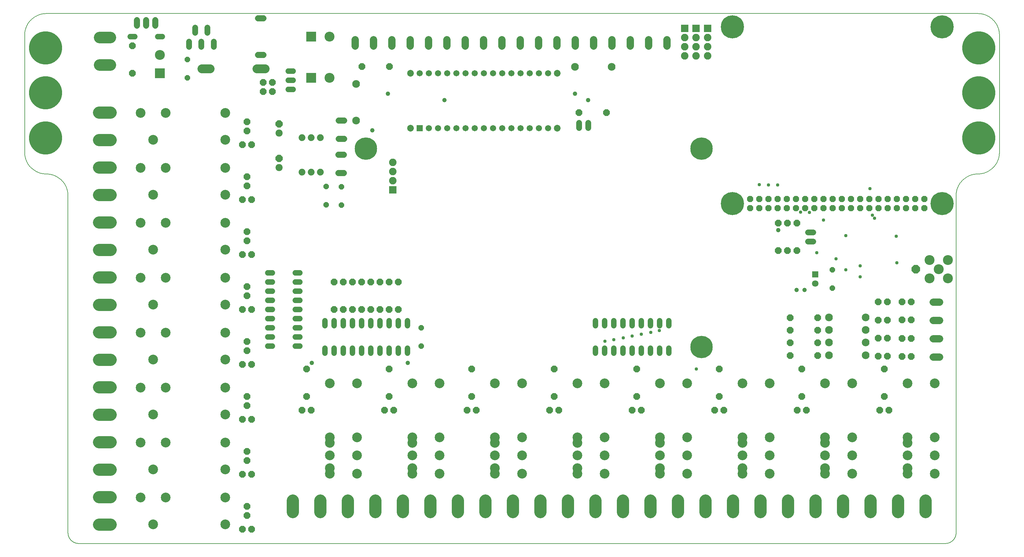
<source format=gts>
G75*
%MOIN*%
%OFA0B0*%
%FSLAX25Y25*%
%IPPOS*%
%LPD*%
%AMOC8*
5,1,8,0,0,1.08239X$1,22.5*
%
%ADD10C,0.00600*%
%ADD11OC8,0.06000*%
%ADD12OC8,0.07800*%
%ADD13C,0.07800*%
%ADD14C,0.10800*%
%ADD15R,0.10800X0.10800*%
%ADD16R,0.07100X0.07100*%
%ADD17C,0.07100*%
%ADD18C,0.09650*%
%ADD19C,0.08400*%
%ADD20C,0.06000*%
%ADD21C,0.07400*%
%ADD22C,0.06800*%
%ADD23C,0.13398*%
%ADD24C,0.12611*%
%ADD25C,0.06343*%
%ADD26R,0.08200X0.08200*%
%ADD27C,0.08200*%
%ADD28C,0.06400*%
%ADD29OC8,0.07400*%
%ADD30OC8,0.09300*%
%ADD31R,0.06737X0.06737*%
%ADD32C,0.06737*%
%ADD33C,0.00000*%
%ADD34C,0.07300*%
%ADD35C,0.25209*%
%ADD36OC8,0.06800*%
%ADD37C,0.10643*%
%ADD38C,0.07850*%
%ADD39C,0.03778*%
%ADD40C,0.04762*%
%ADD41C,0.36233*%
%ADD42C,0.24422*%
D10*
X0094504Y0039386D02*
X0094504Y0407496D01*
X0094497Y0408067D01*
X0094476Y0408637D01*
X0094442Y0409207D01*
X0094394Y0409776D01*
X0094332Y0410343D01*
X0094256Y0410909D01*
X0094167Y0411473D01*
X0094064Y0412034D01*
X0093947Y0412593D01*
X0093818Y0413149D01*
X0093674Y0413702D01*
X0093518Y0414251D01*
X0093348Y0414796D01*
X0093165Y0415336D01*
X0092969Y0415872D01*
X0092760Y0416404D01*
X0092538Y0416930D01*
X0092304Y0417450D01*
X0092057Y0417965D01*
X0091798Y0418474D01*
X0091527Y0418976D01*
X0091243Y0419471D01*
X0090948Y0419960D01*
X0090641Y0420441D01*
X0090323Y0420915D01*
X0089993Y0421381D01*
X0089652Y0421838D01*
X0089299Y0422288D01*
X0088937Y0422728D01*
X0088563Y0423160D01*
X0088180Y0423583D01*
X0087786Y0423996D01*
X0087382Y0424400D01*
X0086969Y0424794D01*
X0086546Y0425177D01*
X0086114Y0425551D01*
X0085674Y0425913D01*
X0085224Y0426266D01*
X0084767Y0426607D01*
X0084301Y0426937D01*
X0083827Y0427255D01*
X0083346Y0427562D01*
X0082857Y0427857D01*
X0082362Y0428141D01*
X0081860Y0428412D01*
X0081351Y0428671D01*
X0080836Y0428918D01*
X0080316Y0429152D01*
X0079790Y0429374D01*
X0079258Y0429583D01*
X0078722Y0429779D01*
X0078182Y0429962D01*
X0077637Y0430132D01*
X0077088Y0430288D01*
X0076535Y0430432D01*
X0075979Y0430561D01*
X0075420Y0430678D01*
X0074859Y0430781D01*
X0074295Y0430870D01*
X0073729Y0430946D01*
X0073162Y0431008D01*
X0072593Y0431056D01*
X0072023Y0431090D01*
X0071453Y0431111D01*
X0070882Y0431118D01*
X0070311Y0431125D01*
X0069741Y0431146D01*
X0069171Y0431180D01*
X0068602Y0431228D01*
X0068035Y0431290D01*
X0067469Y0431366D01*
X0066905Y0431455D01*
X0066344Y0431558D01*
X0065785Y0431675D01*
X0065229Y0431804D01*
X0064676Y0431948D01*
X0064127Y0432104D01*
X0063582Y0432274D01*
X0063042Y0432457D01*
X0062506Y0432653D01*
X0061974Y0432862D01*
X0061448Y0433084D01*
X0060928Y0433318D01*
X0060413Y0433565D01*
X0059904Y0433824D01*
X0059402Y0434095D01*
X0058907Y0434379D01*
X0058418Y0434674D01*
X0057937Y0434981D01*
X0057463Y0435299D01*
X0056997Y0435629D01*
X0056540Y0435970D01*
X0056090Y0436323D01*
X0055650Y0436685D01*
X0055218Y0437059D01*
X0054795Y0437442D01*
X0054382Y0437836D01*
X0053978Y0438240D01*
X0053584Y0438653D01*
X0053201Y0439076D01*
X0052827Y0439508D01*
X0052465Y0439948D01*
X0052112Y0440398D01*
X0051771Y0440855D01*
X0051441Y0441321D01*
X0051123Y0441795D01*
X0050816Y0442276D01*
X0050521Y0442765D01*
X0050237Y0443260D01*
X0049966Y0443762D01*
X0049707Y0444271D01*
X0049460Y0444786D01*
X0049226Y0445306D01*
X0049004Y0445832D01*
X0048795Y0446364D01*
X0048599Y0446900D01*
X0048416Y0447440D01*
X0048246Y0447985D01*
X0048090Y0448534D01*
X0047946Y0449087D01*
X0047817Y0449643D01*
X0047700Y0450202D01*
X0047597Y0450763D01*
X0047508Y0451327D01*
X0047432Y0451893D01*
X0047370Y0452460D01*
X0047322Y0453029D01*
X0047288Y0453599D01*
X0047267Y0454169D01*
X0047260Y0454740D01*
X0047260Y0582693D01*
X0047267Y0583264D01*
X0047288Y0583834D01*
X0047322Y0584404D01*
X0047370Y0584973D01*
X0047432Y0585540D01*
X0047508Y0586106D01*
X0047597Y0586670D01*
X0047700Y0587231D01*
X0047817Y0587790D01*
X0047946Y0588346D01*
X0048090Y0588899D01*
X0048246Y0589448D01*
X0048416Y0589993D01*
X0048599Y0590533D01*
X0048795Y0591069D01*
X0049004Y0591601D01*
X0049226Y0592127D01*
X0049460Y0592647D01*
X0049707Y0593162D01*
X0049966Y0593671D01*
X0050237Y0594173D01*
X0050521Y0594668D01*
X0050816Y0595157D01*
X0051123Y0595638D01*
X0051441Y0596112D01*
X0051771Y0596578D01*
X0052112Y0597035D01*
X0052465Y0597485D01*
X0052827Y0597925D01*
X0053201Y0598357D01*
X0053584Y0598780D01*
X0053978Y0599193D01*
X0054382Y0599597D01*
X0054795Y0599991D01*
X0055218Y0600374D01*
X0055650Y0600748D01*
X0056090Y0601110D01*
X0056540Y0601463D01*
X0056997Y0601804D01*
X0057463Y0602134D01*
X0057937Y0602452D01*
X0058418Y0602759D01*
X0058907Y0603054D01*
X0059402Y0603338D01*
X0059904Y0603609D01*
X0060413Y0603868D01*
X0060928Y0604115D01*
X0061448Y0604349D01*
X0061974Y0604571D01*
X0062506Y0604780D01*
X0063042Y0604976D01*
X0063582Y0605159D01*
X0064127Y0605329D01*
X0064676Y0605485D01*
X0065229Y0605629D01*
X0065785Y0605758D01*
X0066344Y0605875D01*
X0066905Y0605978D01*
X0067469Y0606067D01*
X0068035Y0606143D01*
X0068602Y0606205D01*
X0069171Y0606253D01*
X0069741Y0606287D01*
X0070311Y0606308D01*
X0070882Y0606315D01*
X1086630Y0606315D01*
X1087201Y0606308D01*
X1087771Y0606287D01*
X1088341Y0606253D01*
X1088910Y0606205D01*
X1089477Y0606143D01*
X1090043Y0606067D01*
X1090607Y0605978D01*
X1091168Y0605875D01*
X1091727Y0605758D01*
X1092283Y0605629D01*
X1092836Y0605485D01*
X1093385Y0605329D01*
X1093930Y0605159D01*
X1094470Y0604976D01*
X1095006Y0604780D01*
X1095538Y0604571D01*
X1096064Y0604349D01*
X1096584Y0604115D01*
X1097099Y0603868D01*
X1097608Y0603609D01*
X1098110Y0603338D01*
X1098605Y0603054D01*
X1099094Y0602759D01*
X1099575Y0602452D01*
X1100049Y0602134D01*
X1100515Y0601804D01*
X1100972Y0601463D01*
X1101422Y0601110D01*
X1101862Y0600748D01*
X1102294Y0600374D01*
X1102717Y0599991D01*
X1103130Y0599597D01*
X1103534Y0599193D01*
X1103928Y0598780D01*
X1104311Y0598357D01*
X1104685Y0597925D01*
X1105047Y0597485D01*
X1105400Y0597035D01*
X1105741Y0596578D01*
X1106071Y0596112D01*
X1106389Y0595638D01*
X1106696Y0595157D01*
X1106991Y0594668D01*
X1107275Y0594173D01*
X1107546Y0593671D01*
X1107805Y0593162D01*
X1108052Y0592647D01*
X1108286Y0592127D01*
X1108508Y0591601D01*
X1108717Y0591069D01*
X1108913Y0590533D01*
X1109096Y0589993D01*
X1109266Y0589448D01*
X1109422Y0588899D01*
X1109566Y0588346D01*
X1109695Y0587790D01*
X1109812Y0587231D01*
X1109915Y0586670D01*
X1110004Y0586106D01*
X1110080Y0585540D01*
X1110142Y0584973D01*
X1110190Y0584404D01*
X1110224Y0583834D01*
X1110245Y0583264D01*
X1110252Y0582693D01*
X1110252Y0454740D01*
X1110245Y0454169D01*
X1110224Y0453599D01*
X1110190Y0453029D01*
X1110142Y0452460D01*
X1110080Y0451893D01*
X1110004Y0451327D01*
X1109915Y0450763D01*
X1109812Y0450202D01*
X1109695Y0449643D01*
X1109566Y0449087D01*
X1109422Y0448534D01*
X1109266Y0447985D01*
X1109096Y0447440D01*
X1108913Y0446900D01*
X1108717Y0446364D01*
X1108508Y0445832D01*
X1108286Y0445306D01*
X1108052Y0444786D01*
X1107805Y0444271D01*
X1107546Y0443762D01*
X1107275Y0443260D01*
X1106991Y0442765D01*
X1106696Y0442276D01*
X1106389Y0441795D01*
X1106071Y0441321D01*
X1105741Y0440855D01*
X1105400Y0440398D01*
X1105047Y0439948D01*
X1104685Y0439508D01*
X1104311Y0439076D01*
X1103928Y0438653D01*
X1103534Y0438240D01*
X1103130Y0437836D01*
X1102717Y0437442D01*
X1102294Y0437059D01*
X1101862Y0436685D01*
X1101422Y0436323D01*
X1100972Y0435970D01*
X1100515Y0435629D01*
X1100049Y0435299D01*
X1099575Y0434981D01*
X1099094Y0434674D01*
X1098605Y0434379D01*
X1098110Y0434095D01*
X1097608Y0433824D01*
X1097099Y0433565D01*
X1096584Y0433318D01*
X1096064Y0433084D01*
X1095538Y0432862D01*
X1095006Y0432653D01*
X1094470Y0432457D01*
X1093930Y0432274D01*
X1093385Y0432104D01*
X1092836Y0431948D01*
X1092283Y0431804D01*
X1091727Y0431675D01*
X1091168Y0431558D01*
X1090607Y0431455D01*
X1090043Y0431366D01*
X1089477Y0431290D01*
X1088910Y0431228D01*
X1088341Y0431180D01*
X1087771Y0431146D01*
X1087201Y0431125D01*
X1086630Y0431118D01*
X1086059Y0431111D01*
X1085489Y0431090D01*
X1084919Y0431056D01*
X1084350Y0431008D01*
X1083783Y0430946D01*
X1083217Y0430870D01*
X1082653Y0430781D01*
X1082092Y0430678D01*
X1081533Y0430561D01*
X1080977Y0430432D01*
X1080424Y0430288D01*
X1079875Y0430132D01*
X1079330Y0429962D01*
X1078790Y0429779D01*
X1078254Y0429583D01*
X1077722Y0429374D01*
X1077196Y0429152D01*
X1076676Y0428918D01*
X1076161Y0428671D01*
X1075652Y0428412D01*
X1075150Y0428141D01*
X1074655Y0427857D01*
X1074166Y0427562D01*
X1073685Y0427255D01*
X1073211Y0426937D01*
X1072745Y0426607D01*
X1072288Y0426266D01*
X1071838Y0425913D01*
X1071398Y0425551D01*
X1070966Y0425177D01*
X1070543Y0424794D01*
X1070130Y0424400D01*
X1069726Y0423996D01*
X1069332Y0423583D01*
X1068949Y0423160D01*
X1068575Y0422728D01*
X1068213Y0422288D01*
X1067860Y0421838D01*
X1067519Y0421381D01*
X1067189Y0420915D01*
X1066871Y0420441D01*
X1066564Y0419960D01*
X1066269Y0419471D01*
X1065985Y0418976D01*
X1065714Y0418474D01*
X1065455Y0417965D01*
X1065208Y0417450D01*
X1064974Y0416930D01*
X1064752Y0416404D01*
X1064543Y0415872D01*
X1064347Y0415336D01*
X1064164Y0414796D01*
X1063994Y0414251D01*
X1063838Y0413702D01*
X1063694Y0413149D01*
X1063565Y0412593D01*
X1063448Y0412034D01*
X1063345Y0411473D01*
X1063256Y0410909D01*
X1063180Y0410343D01*
X1063118Y0409776D01*
X1063070Y0409207D01*
X1063036Y0408637D01*
X1063015Y0408067D01*
X1063008Y0407496D01*
X1063008Y0039386D01*
X1063005Y0039101D01*
X1062994Y0038815D01*
X1062977Y0038530D01*
X1062953Y0038246D01*
X1062922Y0037962D01*
X1062884Y0037679D01*
X1062839Y0037398D01*
X1062788Y0037117D01*
X1062730Y0036837D01*
X1062665Y0036559D01*
X1062593Y0036283D01*
X1062515Y0036009D01*
X1062430Y0035736D01*
X1062338Y0035466D01*
X1062240Y0035198D01*
X1062136Y0034932D01*
X1062025Y0034669D01*
X1061908Y0034409D01*
X1061785Y0034151D01*
X1061655Y0033897D01*
X1061519Y0033646D01*
X1061378Y0033398D01*
X1061230Y0033154D01*
X1061077Y0032913D01*
X1060917Y0032677D01*
X1060752Y0032444D01*
X1060582Y0032215D01*
X1060406Y0031990D01*
X1060224Y0031770D01*
X1060038Y0031554D01*
X1059846Y0031343D01*
X1059649Y0031136D01*
X1059447Y0030934D01*
X1059240Y0030737D01*
X1059029Y0030545D01*
X1058813Y0030359D01*
X1058593Y0030177D01*
X1058368Y0030001D01*
X1058139Y0029831D01*
X1057906Y0029666D01*
X1057670Y0029506D01*
X1057429Y0029353D01*
X1057185Y0029205D01*
X1056937Y0029064D01*
X1056686Y0028928D01*
X1056432Y0028798D01*
X1056174Y0028675D01*
X1055914Y0028558D01*
X1055651Y0028447D01*
X1055385Y0028343D01*
X1055117Y0028245D01*
X1054847Y0028153D01*
X1054574Y0028068D01*
X1054300Y0027990D01*
X1054024Y0027918D01*
X1053746Y0027853D01*
X1053466Y0027795D01*
X1053185Y0027744D01*
X1052904Y0027699D01*
X1052621Y0027661D01*
X1052337Y0027630D01*
X1052053Y0027606D01*
X1051768Y0027589D01*
X1051482Y0027578D01*
X1051197Y0027575D01*
X0106315Y0027575D01*
X0106030Y0027578D01*
X0105744Y0027589D01*
X0105459Y0027606D01*
X0105175Y0027630D01*
X0104891Y0027661D01*
X0104608Y0027699D01*
X0104327Y0027744D01*
X0104046Y0027795D01*
X0103766Y0027853D01*
X0103488Y0027918D01*
X0103212Y0027990D01*
X0102938Y0028068D01*
X0102665Y0028153D01*
X0102395Y0028245D01*
X0102127Y0028343D01*
X0101861Y0028447D01*
X0101598Y0028558D01*
X0101338Y0028675D01*
X0101080Y0028798D01*
X0100826Y0028928D01*
X0100575Y0029064D01*
X0100327Y0029205D01*
X0100083Y0029353D01*
X0099842Y0029506D01*
X0099606Y0029666D01*
X0099373Y0029831D01*
X0099144Y0030001D01*
X0098919Y0030177D01*
X0098699Y0030359D01*
X0098483Y0030545D01*
X0098272Y0030737D01*
X0098065Y0030934D01*
X0097863Y0031136D01*
X0097666Y0031343D01*
X0097474Y0031554D01*
X0097288Y0031770D01*
X0097106Y0031990D01*
X0096930Y0032215D01*
X0096760Y0032444D01*
X0096595Y0032677D01*
X0096435Y0032913D01*
X0096282Y0033154D01*
X0096134Y0033398D01*
X0095993Y0033646D01*
X0095857Y0033897D01*
X0095727Y0034151D01*
X0095604Y0034409D01*
X0095487Y0034669D01*
X0095376Y0034932D01*
X0095272Y0035198D01*
X0095174Y0035466D01*
X0095082Y0035736D01*
X0094997Y0036009D01*
X0094919Y0036283D01*
X0094847Y0036559D01*
X0094782Y0036837D01*
X0094724Y0037117D01*
X0094673Y0037398D01*
X0094628Y0037679D01*
X0094590Y0037962D01*
X0094559Y0038246D01*
X0094535Y0038530D01*
X0094518Y0038815D01*
X0094507Y0039101D01*
X0094504Y0039386D01*
D11*
X0479819Y0243165D03*
X0479819Y0263165D03*
X0392635Y0397217D03*
X0376113Y0397537D03*
X0376113Y0417537D03*
X0392635Y0417217D03*
X0224819Y0536039D03*
X0224819Y0556039D03*
X0928087Y0326315D03*
X0928087Y0306315D03*
D12*
X0324819Y0448165D03*
X0324819Y0485665D03*
D13*
X0324819Y0475665D03*
X0324819Y0438165D03*
D14*
X0379819Y0536039D03*
X0379819Y0581039D03*
X0194819Y0561039D03*
X1034130Y0337102D03*
X1044130Y0327102D03*
X1054130Y0337102D03*
X1054130Y0317102D03*
X1034130Y0317102D03*
D15*
X0359819Y0536039D03*
X0359819Y0581039D03*
X0194819Y0541039D03*
D16*
X0909465Y0321315D03*
D17*
X0909465Y0311315D03*
D18*
X0309244Y0546039D02*
X0300394Y0546039D01*
X0249244Y0546039D02*
X0240394Y0546039D01*
D19*
X0408818Y0529486D03*
X0408818Y0489486D03*
X0647260Y0548165D03*
X0687260Y0548165D03*
X0924425Y0274543D03*
X0924425Y0260764D03*
X0924425Y0246984D03*
X0924425Y0233205D03*
X0964425Y0233205D03*
X0964425Y0246984D03*
X0964425Y0260764D03*
X0964425Y0274543D03*
D20*
X0749819Y0270765D02*
X0749819Y0265565D01*
X0739819Y0265565D02*
X0739819Y0270765D01*
X0729819Y0270765D02*
X0729819Y0265565D01*
X0719819Y0265565D02*
X0719819Y0270765D01*
X0709819Y0270765D02*
X0709819Y0265565D01*
X0699819Y0265565D02*
X0699819Y0270765D01*
X0689819Y0270765D02*
X0689819Y0265565D01*
X0679819Y0265565D02*
X0679819Y0270765D01*
X0669819Y0270765D02*
X0669819Y0265565D01*
X0669819Y0240765D02*
X0669819Y0235565D01*
X0679819Y0235565D02*
X0679819Y0240765D01*
X0689819Y0240765D02*
X0689819Y0235565D01*
X0699819Y0235565D02*
X0699819Y0240765D01*
X0709819Y0240765D02*
X0709819Y0235565D01*
X0719819Y0235565D02*
X0719819Y0240765D01*
X0729819Y0240765D02*
X0729819Y0235565D01*
X0739819Y0235565D02*
X0739819Y0240765D01*
X0749819Y0240765D02*
X0749819Y0235565D01*
X0464819Y0235565D02*
X0464819Y0240765D01*
X0454819Y0240765D02*
X0454819Y0235565D01*
X0444819Y0235565D02*
X0444819Y0240765D01*
X0434819Y0240765D02*
X0434819Y0235565D01*
X0424819Y0235565D02*
X0424819Y0240765D01*
X0414819Y0240765D02*
X0414819Y0235565D01*
X0404819Y0235565D02*
X0404819Y0240765D01*
X0394819Y0240765D02*
X0394819Y0235565D01*
X0384819Y0235565D02*
X0384819Y0240765D01*
X0374819Y0240765D02*
X0374819Y0235565D01*
X0347419Y0243165D02*
X0342219Y0243165D01*
X0342219Y0253165D02*
X0347419Y0253165D01*
X0347419Y0263165D02*
X0342219Y0263165D01*
X0342219Y0273165D02*
X0347419Y0273165D01*
X0347419Y0283165D02*
X0342219Y0283165D01*
X0342219Y0293165D02*
X0347419Y0293165D01*
X0347419Y0303165D02*
X0342219Y0303165D01*
X0342219Y0313165D02*
X0347419Y0313165D01*
X0347419Y0323165D02*
X0342219Y0323165D01*
X0317419Y0323165D02*
X0312219Y0323165D01*
X0312219Y0313165D02*
X0317419Y0313165D01*
X0317419Y0303165D02*
X0312219Y0303165D01*
X0312219Y0293165D02*
X0317419Y0293165D01*
X0317419Y0283165D02*
X0312219Y0283165D01*
X0312219Y0273165D02*
X0317419Y0273165D01*
X0317419Y0263165D02*
X0312219Y0263165D01*
X0312219Y0253165D02*
X0317419Y0253165D01*
X0317419Y0243165D02*
X0312219Y0243165D01*
X0374819Y0265565D02*
X0374819Y0270765D01*
X0384819Y0270765D02*
X0384819Y0265565D01*
X0394819Y0265565D02*
X0394819Y0270765D01*
X0404819Y0270765D02*
X0404819Y0265565D01*
X0414819Y0265565D02*
X0414819Y0270765D01*
X0424819Y0270765D02*
X0424819Y0265565D01*
X0434819Y0265565D02*
X0434819Y0270765D01*
X0444819Y0270765D02*
X0444819Y0265565D01*
X0454819Y0265565D02*
X0454819Y0270765D01*
X0464819Y0270765D02*
X0464819Y0265565D01*
X0339919Y0523539D02*
X0334719Y0523539D01*
X0334719Y0533539D02*
X0339919Y0533539D01*
X0339919Y0543539D02*
X0334719Y0543539D01*
X0197419Y0581039D02*
X0192219Y0581039D01*
X0167419Y0581039D02*
X0162219Y0581039D01*
D21*
X0349819Y0470665D03*
X0359819Y0470665D03*
X0369819Y0470665D03*
X0369819Y0433165D03*
X0359819Y0433165D03*
X0349819Y0433165D03*
D22*
X0389492Y0432021D02*
X0395492Y0432021D01*
X0395492Y0452021D02*
X0389492Y0452021D01*
X0389545Y0469592D02*
X0395545Y0469592D01*
X0395545Y0489592D02*
X0389545Y0489592D01*
X0307819Y0561039D02*
X0301819Y0561039D01*
X0301819Y0601039D02*
X0307819Y0601039D01*
X0189819Y0599039D02*
X0189819Y0593039D01*
X0179819Y0593039D02*
X0179819Y0599039D01*
X0169819Y0599039D02*
X0169819Y0593039D01*
D23*
X0141118Y0498165D02*
X0128520Y0498165D01*
X0128520Y0468165D02*
X0141118Y0468165D01*
X0141118Y0438165D02*
X0128520Y0438165D01*
X0128520Y0408165D02*
X0141118Y0408165D01*
X0141118Y0378165D02*
X0128520Y0378165D01*
X0128520Y0348165D02*
X0141118Y0348165D01*
X0141118Y0318165D02*
X0128520Y0318165D01*
X0128520Y0288165D02*
X0141118Y0288165D01*
X0141118Y0258165D02*
X0128520Y0258165D01*
X0128520Y0228165D02*
X0141118Y0228165D01*
X0141118Y0198165D02*
X0128520Y0198165D01*
X0128520Y0168165D02*
X0141118Y0168165D01*
X0141118Y0138165D02*
X0128520Y0138165D01*
X0128520Y0108165D02*
X0141118Y0108165D01*
X0141118Y0078165D02*
X0128520Y0078165D01*
X0128520Y0048165D02*
X0141118Y0048165D01*
X0339819Y0061866D02*
X0339819Y0074465D01*
X0369819Y0074465D02*
X0369819Y0061866D01*
X0399819Y0061866D02*
X0399819Y0074465D01*
X0429819Y0074465D02*
X0429819Y0061866D01*
X0459819Y0061866D02*
X0459819Y0074465D01*
X0489819Y0074465D02*
X0489819Y0061866D01*
X0519819Y0061866D02*
X0519819Y0074465D01*
X0549819Y0074465D02*
X0549819Y0061866D01*
X0579819Y0061866D02*
X0579819Y0074465D01*
X0609819Y0074465D02*
X0609819Y0061866D01*
X0639819Y0061866D02*
X0639819Y0074465D01*
X0669819Y0074465D02*
X0669819Y0061866D01*
X0699819Y0061866D02*
X0699819Y0074465D01*
X0729819Y0074465D02*
X0729819Y0061866D01*
X0759819Y0061866D02*
X0759819Y0074465D01*
X0789819Y0074465D02*
X0789819Y0061866D01*
X0819819Y0061866D02*
X0819819Y0074465D01*
X0849819Y0074465D02*
X0849819Y0061866D01*
X0879819Y0061866D02*
X0879819Y0074465D01*
X0909819Y0074465D02*
X0909819Y0061866D01*
X0939819Y0061866D02*
X0939819Y0074465D01*
X0969819Y0074465D02*
X0969819Y0061866D01*
X0999819Y0061866D02*
X0999819Y0074465D01*
X1029819Y0074465D02*
X1029819Y0061866D01*
D24*
X0140724Y0550134D02*
X0128913Y0550134D01*
X0128913Y0580134D02*
X0140724Y0580134D01*
D25*
X0226433Y0575740D02*
X0226433Y0570197D01*
X0239819Y0570197D02*
X0239819Y0575740D01*
X0246512Y0585551D02*
X0246512Y0591094D01*
X0233126Y0591094D02*
X0233126Y0585551D01*
X0253205Y0575740D02*
X0253205Y0570197D01*
D26*
X0448827Y0413827D03*
X0766984Y0590134D03*
X0779484Y0590134D03*
X0791984Y0590134D03*
D27*
X0791984Y0580134D03*
X0791984Y0570134D03*
X0779484Y0570134D03*
X0779484Y0580134D03*
X0766984Y0580134D03*
X0766984Y0570134D03*
X0766984Y0560134D03*
X0779484Y0560134D03*
X0791984Y0560134D03*
X0448827Y0443827D03*
X0448827Y0433827D03*
X0448827Y0423827D03*
D28*
X0651709Y0481468D02*
X0651709Y0487068D01*
X0661709Y0487068D02*
X0661709Y0481468D01*
X0901460Y0367407D02*
X0907060Y0367407D01*
X0907060Y0357407D02*
X0901460Y0357407D01*
D29*
X0889228Y0347407D03*
X0879071Y0347407D03*
X0868913Y0347407D03*
X0868913Y0377407D03*
X0879071Y0377407D03*
X0889228Y0377407D03*
X0978087Y0291342D03*
X0988087Y0291342D03*
X1004110Y0291472D03*
X1014110Y0291472D03*
X1014110Y0271787D03*
X1004110Y0271787D03*
X0988087Y0271566D03*
X0978087Y0271566D03*
X0978087Y0251789D03*
X0988087Y0251789D03*
X1004110Y0251512D03*
X1014110Y0251512D03*
X1014110Y0231827D03*
X1004110Y0231827D03*
X0988087Y0232012D03*
X0978087Y0232012D03*
X0984819Y0218165D03*
X0984819Y0188165D03*
X0989819Y0173165D03*
X0979819Y0173165D03*
X0899819Y0173165D03*
X0889819Y0173165D03*
X0894819Y0188165D03*
X0894819Y0218165D03*
X0882142Y0232850D03*
X0882142Y0246630D03*
X0882142Y0260409D03*
X0882142Y0274189D03*
X0912142Y0274189D03*
X0912142Y0260409D03*
X0912142Y0246630D03*
X0912142Y0232850D03*
X0804819Y0218165D03*
X0804819Y0188165D03*
X0809819Y0173165D03*
X0799819Y0173165D03*
X0719819Y0173165D03*
X0709819Y0173165D03*
X0714819Y0188165D03*
X0714819Y0218165D03*
X0629819Y0173165D03*
X0619819Y0173165D03*
X0624819Y0188165D03*
X0624819Y0218165D03*
X0534819Y0218165D03*
X0534819Y0188165D03*
X0539819Y0173165D03*
X0529819Y0173165D03*
X0449819Y0173165D03*
X0439819Y0173165D03*
X0444819Y0188165D03*
X0444819Y0218165D03*
X0354819Y0218165D03*
X0354819Y0188165D03*
X0359819Y0173165D03*
X0349819Y0173165D03*
X0294819Y0163165D03*
X0284819Y0163165D03*
X0289819Y0178165D03*
X0289819Y0188165D03*
X0294819Y0223165D03*
X0284819Y0223165D03*
X0289819Y0238165D03*
X0289819Y0248165D03*
X0294819Y0283165D03*
X0284819Y0283165D03*
X0289819Y0298165D03*
X0289819Y0308165D03*
X0294819Y0343165D03*
X0284819Y0343165D03*
X0289819Y0358165D03*
X0289819Y0368165D03*
X0294819Y0403165D03*
X0284819Y0403165D03*
X0289819Y0418165D03*
X0289819Y0428165D03*
X0294819Y0463165D03*
X0284819Y0463165D03*
X0289819Y0478165D03*
X0289819Y0488165D03*
X0307319Y0521039D03*
X0317319Y0521039D03*
X0317319Y0531039D03*
X0307319Y0531039D03*
X0415016Y0548441D03*
X0445016Y0548441D03*
X0651551Y0498047D03*
X0681551Y0498047D03*
X0454819Y0313165D03*
X0444819Y0313165D03*
X0434819Y0313165D03*
X0424819Y0313165D03*
X0414819Y0313165D03*
X0404819Y0313165D03*
X0394819Y0313165D03*
X0384819Y0313165D03*
X0384819Y0283165D03*
X0394819Y0283165D03*
X0404819Y0283165D03*
X0414819Y0283165D03*
X0424819Y0283165D03*
X0434819Y0283165D03*
X0444819Y0283165D03*
X0454819Y0283165D03*
X0289819Y0128165D03*
X0289819Y0118165D03*
X0294819Y0103165D03*
X0284819Y0103165D03*
X0289819Y0068165D03*
X0289819Y0058165D03*
X0294819Y0043165D03*
X0284819Y0043165D03*
X0164819Y0541039D03*
X0164819Y0571039D03*
D30*
X1019031Y0327165D03*
D31*
X0477969Y0481157D03*
D32*
X0487969Y0481157D03*
X0497969Y0481157D03*
X0507969Y0481157D03*
X0517969Y0481157D03*
X0527969Y0481157D03*
X0537969Y0481157D03*
X0547969Y0481157D03*
X0557969Y0481157D03*
X0567969Y0481157D03*
X0577969Y0481157D03*
X0587969Y0481157D03*
X0597969Y0481157D03*
X0607969Y0481157D03*
X0617969Y0481157D03*
X0617969Y0541157D03*
X0607969Y0541157D03*
X0597969Y0541157D03*
X0587969Y0541157D03*
X0577969Y0541157D03*
X0567969Y0541157D03*
X0557969Y0541157D03*
X0547969Y0541157D03*
X0537969Y0541157D03*
X0527969Y0541157D03*
X0517969Y0541157D03*
X0507969Y0541157D03*
X0497969Y0541157D03*
X0487969Y0541157D03*
X0477969Y0541157D03*
D33*
X0464719Y0541157D02*
X0464721Y0541270D01*
X0464727Y0541384D01*
X0464737Y0541497D01*
X0464751Y0541609D01*
X0464768Y0541721D01*
X0464790Y0541833D01*
X0464816Y0541943D01*
X0464845Y0542053D01*
X0464878Y0542161D01*
X0464915Y0542269D01*
X0464956Y0542374D01*
X0465000Y0542479D01*
X0465048Y0542582D01*
X0465099Y0542683D01*
X0465154Y0542782D01*
X0465213Y0542879D01*
X0465275Y0542974D01*
X0465340Y0543067D01*
X0465408Y0543158D01*
X0465479Y0543246D01*
X0465554Y0543332D01*
X0465631Y0543415D01*
X0465711Y0543495D01*
X0465794Y0543572D01*
X0465880Y0543647D01*
X0465968Y0543718D01*
X0466059Y0543786D01*
X0466152Y0543851D01*
X0466247Y0543913D01*
X0466344Y0543972D01*
X0466443Y0544027D01*
X0466544Y0544078D01*
X0466647Y0544126D01*
X0466752Y0544170D01*
X0466857Y0544211D01*
X0466965Y0544248D01*
X0467073Y0544281D01*
X0467183Y0544310D01*
X0467293Y0544336D01*
X0467405Y0544358D01*
X0467517Y0544375D01*
X0467629Y0544389D01*
X0467742Y0544399D01*
X0467856Y0544405D01*
X0467969Y0544407D01*
X0468082Y0544405D01*
X0468196Y0544399D01*
X0468309Y0544389D01*
X0468421Y0544375D01*
X0468533Y0544358D01*
X0468645Y0544336D01*
X0468755Y0544310D01*
X0468865Y0544281D01*
X0468973Y0544248D01*
X0469081Y0544211D01*
X0469186Y0544170D01*
X0469291Y0544126D01*
X0469394Y0544078D01*
X0469495Y0544027D01*
X0469594Y0543972D01*
X0469691Y0543913D01*
X0469786Y0543851D01*
X0469879Y0543786D01*
X0469970Y0543718D01*
X0470058Y0543647D01*
X0470144Y0543572D01*
X0470227Y0543495D01*
X0470307Y0543415D01*
X0470384Y0543332D01*
X0470459Y0543246D01*
X0470530Y0543158D01*
X0470598Y0543067D01*
X0470663Y0542974D01*
X0470725Y0542879D01*
X0470784Y0542782D01*
X0470839Y0542683D01*
X0470890Y0542582D01*
X0470938Y0542479D01*
X0470982Y0542374D01*
X0471023Y0542269D01*
X0471060Y0542161D01*
X0471093Y0542053D01*
X0471122Y0541943D01*
X0471148Y0541833D01*
X0471170Y0541721D01*
X0471187Y0541609D01*
X0471201Y0541497D01*
X0471211Y0541384D01*
X0471217Y0541270D01*
X0471219Y0541157D01*
X0471217Y0541044D01*
X0471211Y0540930D01*
X0471201Y0540817D01*
X0471187Y0540705D01*
X0471170Y0540593D01*
X0471148Y0540481D01*
X0471122Y0540371D01*
X0471093Y0540261D01*
X0471060Y0540153D01*
X0471023Y0540045D01*
X0470982Y0539940D01*
X0470938Y0539835D01*
X0470890Y0539732D01*
X0470839Y0539631D01*
X0470784Y0539532D01*
X0470725Y0539435D01*
X0470663Y0539340D01*
X0470598Y0539247D01*
X0470530Y0539156D01*
X0470459Y0539068D01*
X0470384Y0538982D01*
X0470307Y0538899D01*
X0470227Y0538819D01*
X0470144Y0538742D01*
X0470058Y0538667D01*
X0469970Y0538596D01*
X0469879Y0538528D01*
X0469786Y0538463D01*
X0469691Y0538401D01*
X0469594Y0538342D01*
X0469495Y0538287D01*
X0469394Y0538236D01*
X0469291Y0538188D01*
X0469186Y0538144D01*
X0469081Y0538103D01*
X0468973Y0538066D01*
X0468865Y0538033D01*
X0468755Y0538004D01*
X0468645Y0537978D01*
X0468533Y0537956D01*
X0468421Y0537939D01*
X0468309Y0537925D01*
X0468196Y0537915D01*
X0468082Y0537909D01*
X0467969Y0537907D01*
X0467856Y0537909D01*
X0467742Y0537915D01*
X0467629Y0537925D01*
X0467517Y0537939D01*
X0467405Y0537956D01*
X0467293Y0537978D01*
X0467183Y0538004D01*
X0467073Y0538033D01*
X0466965Y0538066D01*
X0466857Y0538103D01*
X0466752Y0538144D01*
X0466647Y0538188D01*
X0466544Y0538236D01*
X0466443Y0538287D01*
X0466344Y0538342D01*
X0466247Y0538401D01*
X0466152Y0538463D01*
X0466059Y0538528D01*
X0465968Y0538596D01*
X0465880Y0538667D01*
X0465794Y0538742D01*
X0465711Y0538819D01*
X0465631Y0538899D01*
X0465554Y0538982D01*
X0465479Y0539068D01*
X0465408Y0539156D01*
X0465340Y0539247D01*
X0465275Y0539340D01*
X0465213Y0539435D01*
X0465154Y0539532D01*
X0465099Y0539631D01*
X0465048Y0539732D01*
X0465000Y0539835D01*
X0464956Y0539940D01*
X0464915Y0540045D01*
X0464878Y0540153D01*
X0464845Y0540261D01*
X0464816Y0540371D01*
X0464790Y0540481D01*
X0464768Y0540593D01*
X0464751Y0540705D01*
X0464737Y0540817D01*
X0464727Y0540930D01*
X0464721Y0541044D01*
X0464719Y0541157D01*
X0464719Y0481157D02*
X0464721Y0481270D01*
X0464727Y0481384D01*
X0464737Y0481497D01*
X0464751Y0481609D01*
X0464768Y0481721D01*
X0464790Y0481833D01*
X0464816Y0481943D01*
X0464845Y0482053D01*
X0464878Y0482161D01*
X0464915Y0482269D01*
X0464956Y0482374D01*
X0465000Y0482479D01*
X0465048Y0482582D01*
X0465099Y0482683D01*
X0465154Y0482782D01*
X0465213Y0482879D01*
X0465275Y0482974D01*
X0465340Y0483067D01*
X0465408Y0483158D01*
X0465479Y0483246D01*
X0465554Y0483332D01*
X0465631Y0483415D01*
X0465711Y0483495D01*
X0465794Y0483572D01*
X0465880Y0483647D01*
X0465968Y0483718D01*
X0466059Y0483786D01*
X0466152Y0483851D01*
X0466247Y0483913D01*
X0466344Y0483972D01*
X0466443Y0484027D01*
X0466544Y0484078D01*
X0466647Y0484126D01*
X0466752Y0484170D01*
X0466857Y0484211D01*
X0466965Y0484248D01*
X0467073Y0484281D01*
X0467183Y0484310D01*
X0467293Y0484336D01*
X0467405Y0484358D01*
X0467517Y0484375D01*
X0467629Y0484389D01*
X0467742Y0484399D01*
X0467856Y0484405D01*
X0467969Y0484407D01*
X0468082Y0484405D01*
X0468196Y0484399D01*
X0468309Y0484389D01*
X0468421Y0484375D01*
X0468533Y0484358D01*
X0468645Y0484336D01*
X0468755Y0484310D01*
X0468865Y0484281D01*
X0468973Y0484248D01*
X0469081Y0484211D01*
X0469186Y0484170D01*
X0469291Y0484126D01*
X0469394Y0484078D01*
X0469495Y0484027D01*
X0469594Y0483972D01*
X0469691Y0483913D01*
X0469786Y0483851D01*
X0469879Y0483786D01*
X0469970Y0483718D01*
X0470058Y0483647D01*
X0470144Y0483572D01*
X0470227Y0483495D01*
X0470307Y0483415D01*
X0470384Y0483332D01*
X0470459Y0483246D01*
X0470530Y0483158D01*
X0470598Y0483067D01*
X0470663Y0482974D01*
X0470725Y0482879D01*
X0470784Y0482782D01*
X0470839Y0482683D01*
X0470890Y0482582D01*
X0470938Y0482479D01*
X0470982Y0482374D01*
X0471023Y0482269D01*
X0471060Y0482161D01*
X0471093Y0482053D01*
X0471122Y0481943D01*
X0471148Y0481833D01*
X0471170Y0481721D01*
X0471187Y0481609D01*
X0471201Y0481497D01*
X0471211Y0481384D01*
X0471217Y0481270D01*
X0471219Y0481157D01*
X0471217Y0481044D01*
X0471211Y0480930D01*
X0471201Y0480817D01*
X0471187Y0480705D01*
X0471170Y0480593D01*
X0471148Y0480481D01*
X0471122Y0480371D01*
X0471093Y0480261D01*
X0471060Y0480153D01*
X0471023Y0480045D01*
X0470982Y0479940D01*
X0470938Y0479835D01*
X0470890Y0479732D01*
X0470839Y0479631D01*
X0470784Y0479532D01*
X0470725Y0479435D01*
X0470663Y0479340D01*
X0470598Y0479247D01*
X0470530Y0479156D01*
X0470459Y0479068D01*
X0470384Y0478982D01*
X0470307Y0478899D01*
X0470227Y0478819D01*
X0470144Y0478742D01*
X0470058Y0478667D01*
X0469970Y0478596D01*
X0469879Y0478528D01*
X0469786Y0478463D01*
X0469691Y0478401D01*
X0469594Y0478342D01*
X0469495Y0478287D01*
X0469394Y0478236D01*
X0469291Y0478188D01*
X0469186Y0478144D01*
X0469081Y0478103D01*
X0468973Y0478066D01*
X0468865Y0478033D01*
X0468755Y0478004D01*
X0468645Y0477978D01*
X0468533Y0477956D01*
X0468421Y0477939D01*
X0468309Y0477925D01*
X0468196Y0477915D01*
X0468082Y0477909D01*
X0467969Y0477907D01*
X0467856Y0477909D01*
X0467742Y0477915D01*
X0467629Y0477925D01*
X0467517Y0477939D01*
X0467405Y0477956D01*
X0467293Y0477978D01*
X0467183Y0478004D01*
X0467073Y0478033D01*
X0466965Y0478066D01*
X0466857Y0478103D01*
X0466752Y0478144D01*
X0466647Y0478188D01*
X0466544Y0478236D01*
X0466443Y0478287D01*
X0466344Y0478342D01*
X0466247Y0478401D01*
X0466152Y0478463D01*
X0466059Y0478528D01*
X0465968Y0478596D01*
X0465880Y0478667D01*
X0465794Y0478742D01*
X0465711Y0478819D01*
X0465631Y0478899D01*
X0465554Y0478982D01*
X0465479Y0479068D01*
X0465408Y0479156D01*
X0465340Y0479247D01*
X0465275Y0479340D01*
X0465213Y0479435D01*
X0465154Y0479532D01*
X0465099Y0479631D01*
X0465048Y0479732D01*
X0465000Y0479835D01*
X0464956Y0479940D01*
X0464915Y0480045D01*
X0464878Y0480153D01*
X0464845Y0480261D01*
X0464816Y0480371D01*
X0464790Y0480481D01*
X0464768Y0480593D01*
X0464751Y0480705D01*
X0464737Y0480817D01*
X0464727Y0480930D01*
X0464721Y0481044D01*
X0464719Y0481157D01*
X0624719Y0481157D02*
X0624721Y0481270D01*
X0624727Y0481384D01*
X0624737Y0481497D01*
X0624751Y0481609D01*
X0624768Y0481721D01*
X0624790Y0481833D01*
X0624816Y0481943D01*
X0624845Y0482053D01*
X0624878Y0482161D01*
X0624915Y0482269D01*
X0624956Y0482374D01*
X0625000Y0482479D01*
X0625048Y0482582D01*
X0625099Y0482683D01*
X0625154Y0482782D01*
X0625213Y0482879D01*
X0625275Y0482974D01*
X0625340Y0483067D01*
X0625408Y0483158D01*
X0625479Y0483246D01*
X0625554Y0483332D01*
X0625631Y0483415D01*
X0625711Y0483495D01*
X0625794Y0483572D01*
X0625880Y0483647D01*
X0625968Y0483718D01*
X0626059Y0483786D01*
X0626152Y0483851D01*
X0626247Y0483913D01*
X0626344Y0483972D01*
X0626443Y0484027D01*
X0626544Y0484078D01*
X0626647Y0484126D01*
X0626752Y0484170D01*
X0626857Y0484211D01*
X0626965Y0484248D01*
X0627073Y0484281D01*
X0627183Y0484310D01*
X0627293Y0484336D01*
X0627405Y0484358D01*
X0627517Y0484375D01*
X0627629Y0484389D01*
X0627742Y0484399D01*
X0627856Y0484405D01*
X0627969Y0484407D01*
X0628082Y0484405D01*
X0628196Y0484399D01*
X0628309Y0484389D01*
X0628421Y0484375D01*
X0628533Y0484358D01*
X0628645Y0484336D01*
X0628755Y0484310D01*
X0628865Y0484281D01*
X0628973Y0484248D01*
X0629081Y0484211D01*
X0629186Y0484170D01*
X0629291Y0484126D01*
X0629394Y0484078D01*
X0629495Y0484027D01*
X0629594Y0483972D01*
X0629691Y0483913D01*
X0629786Y0483851D01*
X0629879Y0483786D01*
X0629970Y0483718D01*
X0630058Y0483647D01*
X0630144Y0483572D01*
X0630227Y0483495D01*
X0630307Y0483415D01*
X0630384Y0483332D01*
X0630459Y0483246D01*
X0630530Y0483158D01*
X0630598Y0483067D01*
X0630663Y0482974D01*
X0630725Y0482879D01*
X0630784Y0482782D01*
X0630839Y0482683D01*
X0630890Y0482582D01*
X0630938Y0482479D01*
X0630982Y0482374D01*
X0631023Y0482269D01*
X0631060Y0482161D01*
X0631093Y0482053D01*
X0631122Y0481943D01*
X0631148Y0481833D01*
X0631170Y0481721D01*
X0631187Y0481609D01*
X0631201Y0481497D01*
X0631211Y0481384D01*
X0631217Y0481270D01*
X0631219Y0481157D01*
X0631217Y0481044D01*
X0631211Y0480930D01*
X0631201Y0480817D01*
X0631187Y0480705D01*
X0631170Y0480593D01*
X0631148Y0480481D01*
X0631122Y0480371D01*
X0631093Y0480261D01*
X0631060Y0480153D01*
X0631023Y0480045D01*
X0630982Y0479940D01*
X0630938Y0479835D01*
X0630890Y0479732D01*
X0630839Y0479631D01*
X0630784Y0479532D01*
X0630725Y0479435D01*
X0630663Y0479340D01*
X0630598Y0479247D01*
X0630530Y0479156D01*
X0630459Y0479068D01*
X0630384Y0478982D01*
X0630307Y0478899D01*
X0630227Y0478819D01*
X0630144Y0478742D01*
X0630058Y0478667D01*
X0629970Y0478596D01*
X0629879Y0478528D01*
X0629786Y0478463D01*
X0629691Y0478401D01*
X0629594Y0478342D01*
X0629495Y0478287D01*
X0629394Y0478236D01*
X0629291Y0478188D01*
X0629186Y0478144D01*
X0629081Y0478103D01*
X0628973Y0478066D01*
X0628865Y0478033D01*
X0628755Y0478004D01*
X0628645Y0477978D01*
X0628533Y0477956D01*
X0628421Y0477939D01*
X0628309Y0477925D01*
X0628196Y0477915D01*
X0628082Y0477909D01*
X0627969Y0477907D01*
X0627856Y0477909D01*
X0627742Y0477915D01*
X0627629Y0477925D01*
X0627517Y0477939D01*
X0627405Y0477956D01*
X0627293Y0477978D01*
X0627183Y0478004D01*
X0627073Y0478033D01*
X0626965Y0478066D01*
X0626857Y0478103D01*
X0626752Y0478144D01*
X0626647Y0478188D01*
X0626544Y0478236D01*
X0626443Y0478287D01*
X0626344Y0478342D01*
X0626247Y0478401D01*
X0626152Y0478463D01*
X0626059Y0478528D01*
X0625968Y0478596D01*
X0625880Y0478667D01*
X0625794Y0478742D01*
X0625711Y0478819D01*
X0625631Y0478899D01*
X0625554Y0478982D01*
X0625479Y0479068D01*
X0625408Y0479156D01*
X0625340Y0479247D01*
X0625275Y0479340D01*
X0625213Y0479435D01*
X0625154Y0479532D01*
X0625099Y0479631D01*
X0625048Y0479732D01*
X0625000Y0479835D01*
X0624956Y0479940D01*
X0624915Y0480045D01*
X0624878Y0480153D01*
X0624845Y0480261D01*
X0624816Y0480371D01*
X0624790Y0480481D01*
X0624768Y0480593D01*
X0624751Y0480705D01*
X0624737Y0480817D01*
X0624727Y0480930D01*
X0624721Y0481044D01*
X0624719Y0481157D01*
X0624719Y0541157D02*
X0624721Y0541270D01*
X0624727Y0541384D01*
X0624737Y0541497D01*
X0624751Y0541609D01*
X0624768Y0541721D01*
X0624790Y0541833D01*
X0624816Y0541943D01*
X0624845Y0542053D01*
X0624878Y0542161D01*
X0624915Y0542269D01*
X0624956Y0542374D01*
X0625000Y0542479D01*
X0625048Y0542582D01*
X0625099Y0542683D01*
X0625154Y0542782D01*
X0625213Y0542879D01*
X0625275Y0542974D01*
X0625340Y0543067D01*
X0625408Y0543158D01*
X0625479Y0543246D01*
X0625554Y0543332D01*
X0625631Y0543415D01*
X0625711Y0543495D01*
X0625794Y0543572D01*
X0625880Y0543647D01*
X0625968Y0543718D01*
X0626059Y0543786D01*
X0626152Y0543851D01*
X0626247Y0543913D01*
X0626344Y0543972D01*
X0626443Y0544027D01*
X0626544Y0544078D01*
X0626647Y0544126D01*
X0626752Y0544170D01*
X0626857Y0544211D01*
X0626965Y0544248D01*
X0627073Y0544281D01*
X0627183Y0544310D01*
X0627293Y0544336D01*
X0627405Y0544358D01*
X0627517Y0544375D01*
X0627629Y0544389D01*
X0627742Y0544399D01*
X0627856Y0544405D01*
X0627969Y0544407D01*
X0628082Y0544405D01*
X0628196Y0544399D01*
X0628309Y0544389D01*
X0628421Y0544375D01*
X0628533Y0544358D01*
X0628645Y0544336D01*
X0628755Y0544310D01*
X0628865Y0544281D01*
X0628973Y0544248D01*
X0629081Y0544211D01*
X0629186Y0544170D01*
X0629291Y0544126D01*
X0629394Y0544078D01*
X0629495Y0544027D01*
X0629594Y0543972D01*
X0629691Y0543913D01*
X0629786Y0543851D01*
X0629879Y0543786D01*
X0629970Y0543718D01*
X0630058Y0543647D01*
X0630144Y0543572D01*
X0630227Y0543495D01*
X0630307Y0543415D01*
X0630384Y0543332D01*
X0630459Y0543246D01*
X0630530Y0543158D01*
X0630598Y0543067D01*
X0630663Y0542974D01*
X0630725Y0542879D01*
X0630784Y0542782D01*
X0630839Y0542683D01*
X0630890Y0542582D01*
X0630938Y0542479D01*
X0630982Y0542374D01*
X0631023Y0542269D01*
X0631060Y0542161D01*
X0631093Y0542053D01*
X0631122Y0541943D01*
X0631148Y0541833D01*
X0631170Y0541721D01*
X0631187Y0541609D01*
X0631201Y0541497D01*
X0631211Y0541384D01*
X0631217Y0541270D01*
X0631219Y0541157D01*
X0631217Y0541044D01*
X0631211Y0540930D01*
X0631201Y0540817D01*
X0631187Y0540705D01*
X0631170Y0540593D01*
X0631148Y0540481D01*
X0631122Y0540371D01*
X0631093Y0540261D01*
X0631060Y0540153D01*
X0631023Y0540045D01*
X0630982Y0539940D01*
X0630938Y0539835D01*
X0630890Y0539732D01*
X0630839Y0539631D01*
X0630784Y0539532D01*
X0630725Y0539435D01*
X0630663Y0539340D01*
X0630598Y0539247D01*
X0630530Y0539156D01*
X0630459Y0539068D01*
X0630384Y0538982D01*
X0630307Y0538899D01*
X0630227Y0538819D01*
X0630144Y0538742D01*
X0630058Y0538667D01*
X0629970Y0538596D01*
X0629879Y0538528D01*
X0629786Y0538463D01*
X0629691Y0538401D01*
X0629594Y0538342D01*
X0629495Y0538287D01*
X0629394Y0538236D01*
X0629291Y0538188D01*
X0629186Y0538144D01*
X0629081Y0538103D01*
X0628973Y0538066D01*
X0628865Y0538033D01*
X0628755Y0538004D01*
X0628645Y0537978D01*
X0628533Y0537956D01*
X0628421Y0537939D01*
X0628309Y0537925D01*
X0628196Y0537915D01*
X0628082Y0537909D01*
X0627969Y0537907D01*
X0627856Y0537909D01*
X0627742Y0537915D01*
X0627629Y0537925D01*
X0627517Y0537939D01*
X0627405Y0537956D01*
X0627293Y0537978D01*
X0627183Y0538004D01*
X0627073Y0538033D01*
X0626965Y0538066D01*
X0626857Y0538103D01*
X0626752Y0538144D01*
X0626647Y0538188D01*
X0626544Y0538236D01*
X0626443Y0538287D01*
X0626344Y0538342D01*
X0626247Y0538401D01*
X0626152Y0538463D01*
X0626059Y0538528D01*
X0625968Y0538596D01*
X0625880Y0538667D01*
X0625794Y0538742D01*
X0625711Y0538819D01*
X0625631Y0538899D01*
X0625554Y0538982D01*
X0625479Y0539068D01*
X0625408Y0539156D01*
X0625340Y0539247D01*
X0625275Y0539340D01*
X0625213Y0539435D01*
X0625154Y0539532D01*
X0625099Y0539631D01*
X0625048Y0539732D01*
X0625000Y0539835D01*
X0624956Y0539940D01*
X0624915Y0540045D01*
X0624878Y0540153D01*
X0624845Y0540261D01*
X0624816Y0540371D01*
X0624790Y0540481D01*
X0624768Y0540593D01*
X0624751Y0540705D01*
X0624737Y0540817D01*
X0624727Y0540930D01*
X0624721Y0541044D01*
X0624719Y0541157D01*
D34*
X0627969Y0541157D03*
X0627969Y0481157D03*
X0467969Y0481157D03*
X0467969Y0541157D03*
D35*
X0819189Y0591689D03*
X1047535Y0591689D03*
X1047535Y0398776D03*
X0819189Y0398776D03*
D36*
X0838362Y0403776D03*
X0848362Y0403776D03*
X0858362Y0403776D03*
X0868362Y0403776D03*
X0878362Y0403776D03*
X0888362Y0403776D03*
X0898362Y0403776D03*
X0908362Y0403776D03*
X0918362Y0403776D03*
X0928362Y0403776D03*
X0938362Y0403776D03*
X0948362Y0403776D03*
X0958362Y0403776D03*
X0968362Y0403776D03*
X0978362Y0403776D03*
X0988362Y0403776D03*
X0998362Y0403776D03*
X1008362Y0403776D03*
X1018362Y0403776D03*
X1028362Y0403776D03*
X1028362Y0393776D03*
X1018362Y0393776D03*
X1008362Y0393776D03*
X0998362Y0393776D03*
X0988362Y0393776D03*
X0978362Y0393776D03*
X0968362Y0393776D03*
X0958362Y0393776D03*
X0948362Y0393776D03*
X0938362Y0393776D03*
X0928362Y0393776D03*
X0918362Y0393776D03*
X0908362Y0393776D03*
X0898362Y0393776D03*
X0888362Y0393776D03*
X0878362Y0393776D03*
X0868362Y0393776D03*
X0858362Y0393776D03*
X0848362Y0393776D03*
X0838362Y0393776D03*
D37*
X0830055Y0202378D03*
X0859583Y0202378D03*
X0920055Y0202378D03*
X0949583Y0202378D03*
X1010055Y0202378D03*
X1039583Y0202378D03*
X1039583Y0143323D03*
X1039583Y0123638D03*
X1039583Y0103953D03*
X1010055Y0103953D03*
X1010055Y0109858D03*
X1010055Y0123638D03*
X1010055Y0137417D03*
X1010055Y0143323D03*
X0949583Y0143323D03*
X0920055Y0143323D03*
X0920055Y0137417D03*
X0920055Y0123638D03*
X0920055Y0109858D03*
X0920055Y0103953D03*
X0949583Y0103953D03*
X0949583Y0123638D03*
X0859583Y0123638D03*
X0830055Y0123638D03*
X0830055Y0137417D03*
X0830055Y0143323D03*
X0859583Y0143323D03*
X0830055Y0109858D03*
X0830055Y0103953D03*
X0859583Y0103953D03*
X0769583Y0103953D03*
X0769583Y0123638D03*
X0769583Y0143323D03*
X0740055Y0143323D03*
X0740055Y0137417D03*
X0740055Y0123638D03*
X0740055Y0109858D03*
X0740055Y0103953D03*
X0679583Y0103953D03*
X0679583Y0123638D03*
X0679583Y0143323D03*
X0650055Y0143323D03*
X0650055Y0137417D03*
X0650055Y0123638D03*
X0650055Y0109858D03*
X0650055Y0103953D03*
X0589583Y0103953D03*
X0560055Y0103953D03*
X0560055Y0109858D03*
X0560055Y0123638D03*
X0560055Y0137417D03*
X0560055Y0143323D03*
X0589583Y0143323D03*
X0589583Y0123638D03*
X0499583Y0123638D03*
X0470055Y0123638D03*
X0470055Y0137417D03*
X0470055Y0143323D03*
X0499583Y0143323D03*
X0470055Y0109858D03*
X0470055Y0103953D03*
X0499583Y0103953D03*
X0409583Y0103953D03*
X0409583Y0123638D03*
X0409583Y0143323D03*
X0380055Y0143323D03*
X0380055Y0137417D03*
X0380055Y0123638D03*
X0380055Y0109858D03*
X0380055Y0103953D03*
X0266079Y0108402D03*
X0266079Y0137929D03*
X0266079Y0168402D03*
X0266079Y0197929D03*
X0266079Y0228402D03*
X0266079Y0257929D03*
X0266079Y0288402D03*
X0266079Y0317929D03*
X0266079Y0348402D03*
X0266079Y0377929D03*
X0266079Y0408402D03*
X0266079Y0437929D03*
X0266079Y0468402D03*
X0266079Y0497929D03*
X0201118Y0497929D03*
X0173559Y0497929D03*
X0187339Y0468402D03*
X0201118Y0437929D03*
X0173559Y0437929D03*
X0187339Y0408402D03*
X0201118Y0377929D03*
X0173559Y0377929D03*
X0187339Y0348402D03*
X0201118Y0317929D03*
X0173559Y0317929D03*
X0187339Y0288402D03*
X0201118Y0257929D03*
X0173559Y0257929D03*
X0187339Y0228402D03*
X0201118Y0197929D03*
X0173559Y0197929D03*
X0187339Y0168402D03*
X0201118Y0137929D03*
X0173559Y0137929D03*
X0187339Y0108402D03*
X0201118Y0077929D03*
X0173559Y0077929D03*
X0187339Y0048402D03*
X0266079Y0048402D03*
X0266079Y0077929D03*
X0380055Y0202378D03*
X0409583Y0202378D03*
X0470055Y0202378D03*
X0499583Y0202378D03*
X0560055Y0202378D03*
X0589583Y0202378D03*
X0650055Y0202378D03*
X0679583Y0202378D03*
X0740055Y0202378D03*
X0769583Y0202378D03*
D38*
X1038105Y0231197D02*
X1045155Y0231197D01*
X1045155Y0251197D02*
X1038105Y0251197D01*
X1038105Y0271197D02*
X1045155Y0271197D01*
X1045155Y0291197D02*
X1038105Y0291197D01*
X0747634Y0570703D02*
X0747634Y0577753D01*
X0727634Y0577753D02*
X0727634Y0570703D01*
X0707634Y0570703D02*
X0707634Y0577753D01*
X0687634Y0577753D02*
X0687634Y0570703D01*
X0667634Y0570703D02*
X0667634Y0577753D01*
X0647634Y0577753D02*
X0647634Y0570703D01*
X0627634Y0570703D02*
X0627634Y0577753D01*
X0607634Y0577753D02*
X0607634Y0570703D01*
X0587634Y0570703D02*
X0587634Y0577753D01*
X0567634Y0577753D02*
X0567634Y0570703D01*
X0547634Y0570703D02*
X0547634Y0577753D01*
X0527634Y0577753D02*
X0527634Y0570703D01*
X0507634Y0570703D02*
X0507634Y0577753D01*
X0487634Y0577753D02*
X0487634Y0570703D01*
X0467634Y0570703D02*
X0467634Y0577753D01*
X0447634Y0577753D02*
X0447634Y0570703D01*
X0427634Y0570703D02*
X0427634Y0577753D01*
X0407634Y0577753D02*
X0407634Y0570703D01*
D39*
X0848441Y0419307D03*
X0858283Y0419078D03*
X0868520Y0419078D03*
X0893323Y0389386D03*
X0903165Y0388992D03*
X0918520Y0380922D03*
X0942535Y0363795D03*
X0911130Y0345251D03*
X0932177Y0338327D03*
X0942535Y0326315D03*
X0958283Y0330724D03*
X0958283Y0318913D03*
X0998314Y0334141D03*
X0997654Y0363008D03*
X0974031Y0382693D03*
X0971669Y0386236D03*
X0968988Y0415051D03*
X0739386Y0260180D03*
X0729937Y0258180D03*
X0719701Y0256180D03*
X0709858Y0254180D03*
X0700016Y0252180D03*
X0689780Y0250180D03*
X0679937Y0248441D03*
X0779543Y0218165D03*
D40*
X0889189Y0304543D03*
X0897654Y0304346D03*
X0868913Y0369701D03*
X0661827Y0511827D03*
X0647260Y0518913D03*
X0505134Y0511827D03*
X0443323Y0518913D03*
X0426394Y0478756D03*
X0464976Y0224819D03*
X0360252Y0224819D03*
D41*
X0069898Y0470488D03*
X0069898Y0519701D03*
X0069898Y0568913D03*
X1087614Y0568913D03*
X1087614Y0519701D03*
X1087614Y0470488D03*
D42*
X0785449Y0458677D03*
X0419307Y0458677D03*
X0785449Y0242142D03*
M02*

</source>
